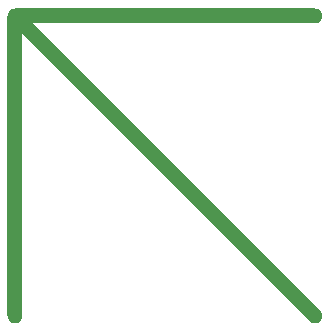
<source format=gbr>
G04 Test image rotation *
G04 Handcoded by Julian Lamb *
%MOIN*%
%FSLAX23Y23*%
%IR270*%
%ADD10C,0.050*%

G04 Quarter star *
X1000Y0D02*
G54D10*
X2000Y0D01*

X1000Y0D02*
G54D10*
X2000Y1000D01*

X1000Y0D02*
G54D10*
X1000Y1000D01*

M02*

</source>
